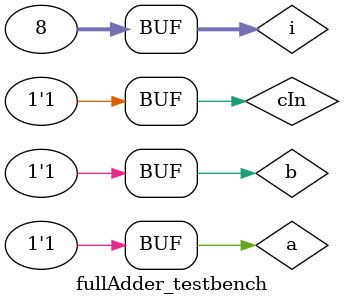
<source format=sv>
`timescale 1ns/10ps

module fullAdder (
   output logic sum,
   output logic cOut,
   input  logic a,
   input  logic b,
   input  logic cIn
);

   parameter DELAY = 0.05;

   logic s0, c0, c1;
   halfAdder ha0 (.sum(s0), .cOut(c0), .a, .b);

   halfAdder ha1 (.sum, .cOut(c1), .a(s0), .b(cIn));

   or #DELAY o (cOut, c0, c1);
endmodule

module fullAdder_testbench ();
   logic sum, cOut, a, b, cIn;

   fullAdder dut (.sum, .cOut, .a, .b, .cIn);

   integer i;
   initial begin
      for (i = 0; i < 8; i++) begin
         {a, b, cIn} = i; #10; assert({cOut, sum} == a + b + cIn);
      end
   end
endmodule

</source>
